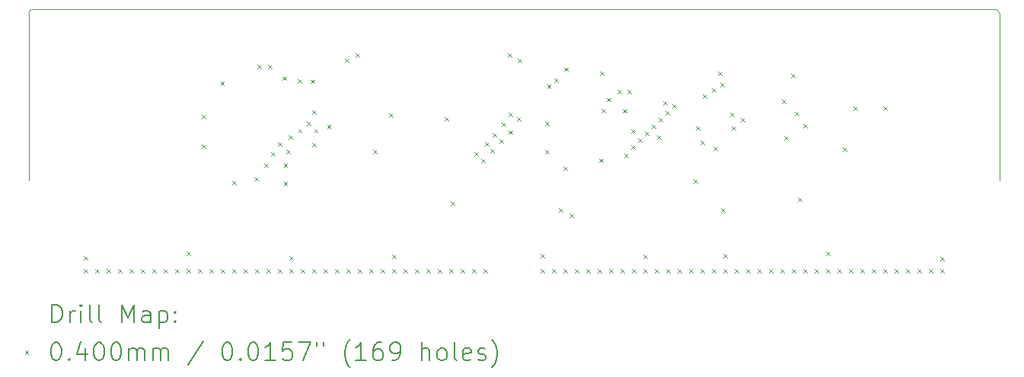
<source format=gbr>
%TF.GenerationSoftware,KiCad,Pcbnew,7.0.9*%
%TF.CreationDate,2024-01-22T22:48:33+01:00*%
%TF.ProjectId,simm72,73696d6d-3732-42e6-9b69-6361645f7063,A*%
%TF.SameCoordinates,Original*%
%TF.FileFunction,Drillmap*%
%TF.FilePolarity,Positive*%
%FSLAX45Y45*%
G04 Gerber Fmt 4.5, Leading zero omitted, Abs format (unit mm)*
G04 Created by KiCad (PCBNEW 7.0.9) date 2024-01-22 22:48:33*
%MOMM*%
%LPD*%
G01*
G04 APERTURE LIST*
%ADD10C,0.050000*%
%ADD11C,0.200000*%
%ADD12C,0.100000*%
G04 APERTURE END LIST*
D10*
X5153300Y-8366960D02*
G75*
G03*
X5102500Y-8417760I0J-50800D01*
G01*
X15897500Y-8417760D02*
G75*
G03*
X15846700Y-8366960I-50800J0D01*
G01*
X15897500Y-8417760D02*
X15897580Y-10274500D01*
X5102500Y-8417760D02*
X5102580Y-10274500D01*
X15846700Y-8366960D02*
X5153300Y-8366960D01*
D11*
D12*
X5717500Y-11118100D02*
X5757500Y-11158100D01*
X5757500Y-11118100D02*
X5717500Y-11158100D01*
X5717500Y-11265420D02*
X5757500Y-11305420D01*
X5757500Y-11265420D02*
X5717500Y-11305420D01*
X5844500Y-11265420D02*
X5884500Y-11305420D01*
X5884500Y-11265420D02*
X5844500Y-11305420D01*
X5971500Y-11265420D02*
X6011500Y-11305420D01*
X6011500Y-11265420D02*
X5971500Y-11305420D01*
X6098500Y-11265420D02*
X6138500Y-11305420D01*
X6138500Y-11265420D02*
X6098500Y-11305420D01*
X6225500Y-11265420D02*
X6265500Y-11305420D01*
X6265500Y-11265420D02*
X6225500Y-11305420D01*
X6352500Y-11265420D02*
X6392500Y-11305420D01*
X6392500Y-11265420D02*
X6352500Y-11305420D01*
X6479500Y-11265420D02*
X6519500Y-11305420D01*
X6519500Y-11265420D02*
X6479500Y-11305420D01*
X6606500Y-11265420D02*
X6646500Y-11305420D01*
X6646500Y-11265420D02*
X6606500Y-11305420D01*
X6733500Y-11265420D02*
X6773500Y-11305420D01*
X6773500Y-11265420D02*
X6733500Y-11305420D01*
X6860500Y-11067300D02*
X6900500Y-11107300D01*
X6900500Y-11067300D02*
X6860500Y-11107300D01*
X6860500Y-11265420D02*
X6900500Y-11305420D01*
X6900500Y-11265420D02*
X6860500Y-11305420D01*
X6987500Y-11265420D02*
X7027500Y-11305420D01*
X7027500Y-11265420D02*
X6987500Y-11305420D01*
X7025600Y-9543300D02*
X7065600Y-9583300D01*
X7065600Y-9543300D02*
X7025600Y-9583300D01*
X7025600Y-9873500D02*
X7065600Y-9913500D01*
X7065600Y-9873500D02*
X7025600Y-9913500D01*
X7114500Y-11265420D02*
X7154500Y-11305420D01*
X7154500Y-11265420D02*
X7114500Y-11305420D01*
X7236803Y-9170303D02*
X7276803Y-9210303D01*
X7276803Y-9170303D02*
X7236803Y-9210303D01*
X7241500Y-11265420D02*
X7281500Y-11305420D01*
X7281500Y-11265420D02*
X7241500Y-11305420D01*
X7368500Y-10279900D02*
X7408500Y-10319900D01*
X7408500Y-10279900D02*
X7368500Y-10319900D01*
X7368500Y-11265420D02*
X7408500Y-11305420D01*
X7408500Y-11265420D02*
X7368500Y-11305420D01*
X7495500Y-11265420D02*
X7535500Y-11305420D01*
X7535500Y-11265420D02*
X7495500Y-11305420D01*
X7609800Y-10241800D02*
X7649800Y-10281800D01*
X7649800Y-10241800D02*
X7609800Y-10281800D01*
X7622500Y-11265420D02*
X7662500Y-11305420D01*
X7662500Y-11265420D02*
X7622500Y-11305420D01*
X7647900Y-8984500D02*
X7687900Y-9024500D01*
X7687900Y-8984500D02*
X7647900Y-9024500D01*
X7724100Y-10089400D02*
X7764100Y-10129400D01*
X7764100Y-10089400D02*
X7724100Y-10129400D01*
X7749500Y-11265420D02*
X7789500Y-11305420D01*
X7789500Y-11265420D02*
X7749500Y-11305420D01*
X7762200Y-8984500D02*
X7802200Y-9024500D01*
X7802200Y-8984500D02*
X7762200Y-9024500D01*
X7800300Y-9962400D02*
X7840300Y-10002400D01*
X7840300Y-9962400D02*
X7800300Y-10002400D01*
X7876500Y-9848100D02*
X7916500Y-9888100D01*
X7916500Y-9848100D02*
X7876500Y-9888100D01*
X7876500Y-11265420D02*
X7916500Y-11305420D01*
X7916500Y-11265420D02*
X7876500Y-11305420D01*
X7927300Y-9118101D02*
X7967300Y-9158101D01*
X7967300Y-9118101D02*
X7927300Y-9158101D01*
X7939310Y-10089400D02*
X7979310Y-10129400D01*
X7979310Y-10089400D02*
X7939310Y-10129400D01*
X7939310Y-10292600D02*
X7979310Y-10332600D01*
X7979310Y-10292600D02*
X7939310Y-10332600D01*
X7966090Y-9937000D02*
X8006090Y-9977000D01*
X8006090Y-9937000D02*
X7966090Y-9977000D01*
X7990837Y-9771863D02*
X8030837Y-9811863D01*
X8030837Y-9771863D02*
X7990837Y-9811863D01*
X8003500Y-11118100D02*
X8043500Y-11158100D01*
X8043500Y-11118100D02*
X8003500Y-11158100D01*
X8003500Y-11265420D02*
X8043500Y-11305420D01*
X8043500Y-11265420D02*
X8003500Y-11305420D01*
X8092400Y-9149550D02*
X8132400Y-9189550D01*
X8132400Y-9149550D02*
X8092400Y-9189550D01*
X8098787Y-9702013D02*
X8138787Y-9742013D01*
X8138787Y-9702013D02*
X8098787Y-9742013D01*
X8130500Y-11265420D02*
X8170500Y-11305420D01*
X8170500Y-11265420D02*
X8130500Y-11305420D01*
X8194000Y-9619500D02*
X8234000Y-9659500D01*
X8234000Y-9619500D02*
X8194000Y-9659500D01*
X8242309Y-9152041D02*
X8282309Y-9192041D01*
X8282309Y-9152041D02*
X8242309Y-9192041D01*
X8257463Y-9492537D02*
X8297463Y-9532537D01*
X8297463Y-9492537D02*
X8257463Y-9532537D01*
X8257500Y-9860800D02*
X8297500Y-9900800D01*
X8297500Y-9860800D02*
X8257500Y-9900800D01*
X8257500Y-11265420D02*
X8297500Y-11305420D01*
X8297500Y-11265420D02*
X8257500Y-11305420D01*
X8276513Y-9702087D02*
X8316513Y-9742087D01*
X8316513Y-9702087D02*
X8276513Y-9742087D01*
X8384500Y-11265420D02*
X8424500Y-11305420D01*
X8424500Y-11265420D02*
X8384500Y-11305420D01*
X8422563Y-9657637D02*
X8462563Y-9697637D01*
X8462563Y-9657637D02*
X8422563Y-9697637D01*
X8511500Y-11265420D02*
X8551500Y-11305420D01*
X8551500Y-11265420D02*
X8511500Y-11305420D01*
X8617882Y-8916218D02*
X8657882Y-8956218D01*
X8657882Y-8916218D02*
X8617882Y-8956218D01*
X8638500Y-11265420D02*
X8678500Y-11305420D01*
X8678500Y-11265420D02*
X8638500Y-11305420D01*
X8740100Y-8857500D02*
X8780100Y-8897500D01*
X8780100Y-8857500D02*
X8740100Y-8897500D01*
X8765500Y-11265420D02*
X8805500Y-11305420D01*
X8805500Y-11265420D02*
X8765500Y-11305420D01*
X8892500Y-11265420D02*
X8932500Y-11305420D01*
X8932500Y-11265420D02*
X8892500Y-11305420D01*
X8930600Y-9937000D02*
X8970600Y-9977000D01*
X8970600Y-9937000D02*
X8930600Y-9977000D01*
X9019500Y-11265420D02*
X9059500Y-11305420D01*
X9059500Y-11265420D02*
X9019500Y-11305420D01*
X9108400Y-9530600D02*
X9148400Y-9570600D01*
X9148400Y-9530600D02*
X9108400Y-9570600D01*
X9146500Y-11105400D02*
X9186500Y-11145400D01*
X9186500Y-11105400D02*
X9146500Y-11145400D01*
X9146500Y-11265420D02*
X9186500Y-11305420D01*
X9186500Y-11265420D02*
X9146500Y-11305420D01*
X9273500Y-11265420D02*
X9313500Y-11305420D01*
X9313500Y-11265420D02*
X9273500Y-11305420D01*
X9400500Y-11265420D02*
X9440500Y-11305420D01*
X9440500Y-11265420D02*
X9400500Y-11305420D01*
X9527500Y-11265420D02*
X9567500Y-11305420D01*
X9567500Y-11265420D02*
X9527500Y-11305420D01*
X9654500Y-11265420D02*
X9694500Y-11305420D01*
X9694500Y-11265420D02*
X9654500Y-11305420D01*
X9730700Y-9568700D02*
X9770700Y-9608700D01*
X9770700Y-9568700D02*
X9730700Y-9608700D01*
X9781500Y-11265420D02*
X9821500Y-11305420D01*
X9821500Y-11265420D02*
X9781500Y-11305420D01*
X9794200Y-10508500D02*
X9834200Y-10548500D01*
X9834200Y-10508500D02*
X9794200Y-10548500D01*
X9908500Y-11265420D02*
X9948500Y-11305420D01*
X9948500Y-11265420D02*
X9908500Y-11305420D01*
X10035500Y-11265420D02*
X10075500Y-11305420D01*
X10075500Y-11265420D02*
X10035500Y-11305420D01*
X10060900Y-9962400D02*
X10100900Y-10002400D01*
X10100900Y-9962400D02*
X10060900Y-10002400D01*
X10137790Y-10038600D02*
X10177790Y-10078600D01*
X10177790Y-10038600D02*
X10137790Y-10078600D01*
X10162500Y-11265420D02*
X10202500Y-11305420D01*
X10202500Y-11265420D02*
X10162500Y-11305420D01*
X10175200Y-9848100D02*
X10215200Y-9888100D01*
X10215200Y-9848100D02*
X10175200Y-9888100D01*
X10239390Y-9924300D02*
X10279390Y-9964300D01*
X10279390Y-9924300D02*
X10239390Y-9964300D01*
X10264100Y-9746500D02*
X10304100Y-9786500D01*
X10304100Y-9746500D02*
X10264100Y-9786500D01*
X10340300Y-9818190D02*
X10380300Y-9858190D01*
X10380300Y-9818190D02*
X10340300Y-9858190D01*
X10365700Y-9632200D02*
X10405700Y-9672200D01*
X10405700Y-9632200D02*
X10365700Y-9672200D01*
X10429200Y-8857500D02*
X10469200Y-8897500D01*
X10469200Y-8857500D02*
X10429200Y-8897500D01*
X10441900Y-9517900D02*
X10481900Y-9557900D01*
X10481900Y-9517900D02*
X10441900Y-9557900D01*
X10442590Y-9718190D02*
X10482590Y-9758190D01*
X10482590Y-9718190D02*
X10442590Y-9758190D01*
X10530800Y-9568700D02*
X10570800Y-9608700D01*
X10570800Y-9568700D02*
X10530800Y-9608700D01*
X10543500Y-8918190D02*
X10583500Y-8958190D01*
X10583500Y-8918190D02*
X10543500Y-8958190D01*
X10797500Y-11092700D02*
X10837500Y-11132700D01*
X10837500Y-11092700D02*
X10797500Y-11132700D01*
X10797500Y-11265420D02*
X10837500Y-11305420D01*
X10837500Y-11265420D02*
X10797500Y-11305420D01*
X10848300Y-9619500D02*
X10888300Y-9659500D01*
X10888300Y-9619500D02*
X10848300Y-9659500D01*
X10848300Y-9937000D02*
X10888300Y-9977000D01*
X10888300Y-9937000D02*
X10848300Y-9977000D01*
X10867313Y-9206713D02*
X10907313Y-9246713D01*
X10907313Y-9206713D02*
X10867313Y-9246713D01*
X10924500Y-11265420D02*
X10964500Y-11305420D01*
X10964500Y-11265420D02*
X10924500Y-11305420D01*
X10949900Y-9136900D02*
X10989900Y-9176900D01*
X10989900Y-9136900D02*
X10949900Y-9176900D01*
X11000700Y-10584700D02*
X11040700Y-10624700D01*
X11040700Y-10584700D02*
X11000700Y-10624700D01*
X11051500Y-10123110D02*
X11091500Y-10163110D01*
X11091500Y-10123110D02*
X11051500Y-10163110D01*
X11051500Y-11265420D02*
X11091500Y-11305420D01*
X11091500Y-11265420D02*
X11051500Y-11305420D01*
X11057813Y-9016213D02*
X11097813Y-9056213D01*
X11097813Y-9016213D02*
X11057813Y-9056213D01*
X11115000Y-10647510D02*
X11155000Y-10687510D01*
X11155000Y-10647510D02*
X11115000Y-10687510D01*
X11178500Y-11265420D02*
X11218500Y-11305420D01*
X11218500Y-11265420D02*
X11178500Y-11305420D01*
X11305500Y-11265420D02*
X11345500Y-11305420D01*
X11345500Y-11265420D02*
X11305500Y-11305420D01*
X11432500Y-11265420D02*
X11472500Y-11305420D01*
X11472500Y-11265420D02*
X11432500Y-11305420D01*
X11445200Y-10030980D02*
X11485200Y-10070980D01*
X11485200Y-10030980D02*
X11445200Y-10070980D01*
X11457900Y-9060010D02*
X11497900Y-9100010D01*
X11497900Y-9060010D02*
X11457900Y-9100010D01*
X11470600Y-9479110D02*
X11510600Y-9519110D01*
X11510600Y-9479110D02*
X11470600Y-9519110D01*
X11534100Y-9353490D02*
X11574100Y-9393490D01*
X11574100Y-9353490D02*
X11534100Y-9393490D01*
X11559500Y-11265420D02*
X11599500Y-11305420D01*
X11599500Y-11265420D02*
X11559500Y-11305420D01*
X11648400Y-9263900D02*
X11688400Y-9303900D01*
X11688400Y-9263900D02*
X11648400Y-9303900D01*
X11686500Y-11265420D02*
X11726500Y-11305420D01*
X11726500Y-11265420D02*
X11686500Y-11305420D01*
X11711900Y-9480490D02*
X11751900Y-9520490D01*
X11751900Y-9480490D02*
X11711900Y-9520490D01*
X11724600Y-9975100D02*
X11764600Y-10015100D01*
X11764600Y-9975100D02*
X11724600Y-10015100D01*
X11762700Y-9263900D02*
X11802700Y-9303900D01*
X11802700Y-9263900D02*
X11762700Y-9303900D01*
X11800800Y-9708400D02*
X11840800Y-9748400D01*
X11840800Y-9708400D02*
X11800800Y-9748400D01*
X11800800Y-9886200D02*
X11840800Y-9926200D01*
X11840800Y-9886200D02*
X11800800Y-9926200D01*
X11813500Y-11265420D02*
X11853500Y-11305420D01*
X11853500Y-11265420D02*
X11813500Y-11305420D01*
X11877000Y-9810000D02*
X11917000Y-9850000D01*
X11917000Y-9810000D02*
X11877000Y-9850000D01*
X11940500Y-11105400D02*
X11980500Y-11145400D01*
X11980500Y-11105400D02*
X11940500Y-11145400D01*
X11940500Y-11265420D02*
X11980500Y-11305420D01*
X11980500Y-11265420D02*
X11940500Y-11305420D01*
X11953200Y-9733800D02*
X11993200Y-9773800D01*
X11993200Y-9733800D02*
X11953200Y-9773800D01*
X12029400Y-9657600D02*
X12069400Y-9697600D01*
X12069400Y-9657600D02*
X12029400Y-9697600D01*
X12067500Y-11265420D02*
X12107500Y-11305420D01*
X12107500Y-11265420D02*
X12067500Y-11305420D01*
X12093590Y-9771900D02*
X12133590Y-9811900D01*
X12133590Y-9771900D02*
X12093590Y-9811900D01*
X12105600Y-9581400D02*
X12145600Y-9621400D01*
X12145600Y-9581400D02*
X12105600Y-9621400D01*
X12156400Y-9390900D02*
X12196400Y-9430900D01*
X12196400Y-9390900D02*
X12156400Y-9430900D01*
X12181800Y-9505200D02*
X12221800Y-9545200D01*
X12221800Y-9505200D02*
X12181800Y-9545200D01*
X12194500Y-11265420D02*
X12234500Y-11305420D01*
X12234500Y-11265420D02*
X12194500Y-11305420D01*
X12258000Y-9429000D02*
X12298000Y-9469000D01*
X12298000Y-9429000D02*
X12258000Y-9469000D01*
X12321500Y-11265420D02*
X12361500Y-11305420D01*
X12361500Y-11265420D02*
X12321500Y-11305420D01*
X12448500Y-11265420D02*
X12488500Y-11305420D01*
X12488500Y-11265420D02*
X12448500Y-11305420D01*
X12499300Y-10267200D02*
X12539300Y-10307200D01*
X12539300Y-10267200D02*
X12499300Y-10307200D01*
X12524700Y-9670300D02*
X12564700Y-9710300D01*
X12564700Y-9670300D02*
X12524700Y-9710300D01*
X12575500Y-9835400D02*
X12615500Y-9875400D01*
X12615500Y-9835400D02*
X12575500Y-9875400D01*
X12575500Y-11265420D02*
X12615500Y-11305420D01*
X12615500Y-11265420D02*
X12575500Y-11305420D01*
X12600900Y-9314010D02*
X12640900Y-9354010D01*
X12640900Y-9314010D02*
X12600900Y-9354010D01*
X12702500Y-9251200D02*
X12742500Y-9291200D01*
X12742500Y-9251200D02*
X12702500Y-9291200D01*
X12702500Y-11265420D02*
X12742500Y-11305420D01*
X12742500Y-11265420D02*
X12702500Y-11305420D01*
X12715200Y-9898900D02*
X12755200Y-9938900D01*
X12755200Y-9898900D02*
X12715200Y-9938900D01*
X12766000Y-9061390D02*
X12806000Y-9101390D01*
X12806000Y-9061390D02*
X12766000Y-9101390D01*
X12791400Y-9187010D02*
X12831400Y-9227010D01*
X12831400Y-9187010D02*
X12791400Y-9227010D01*
X12804100Y-10584700D02*
X12844100Y-10624700D01*
X12844100Y-10584700D02*
X12804100Y-10624700D01*
X12829500Y-11092700D02*
X12869500Y-11132700D01*
X12869500Y-11092700D02*
X12829500Y-11132700D01*
X12829500Y-11265420D02*
X12869500Y-11305420D01*
X12869500Y-11265420D02*
X12829500Y-11305420D01*
X12905700Y-9517900D02*
X12945700Y-9557900D01*
X12945700Y-9517900D02*
X12905700Y-9557900D01*
X12918400Y-9670300D02*
X12958400Y-9710300D01*
X12958400Y-9670300D02*
X12918400Y-9710300D01*
X12956500Y-11265420D02*
X12996500Y-11305420D01*
X12996500Y-11265420D02*
X12956500Y-11305420D01*
X13020000Y-9581400D02*
X13060000Y-9621400D01*
X13060000Y-9581400D02*
X13020000Y-9621400D01*
X13083500Y-11265420D02*
X13123500Y-11305420D01*
X13123500Y-11265420D02*
X13083500Y-11305420D01*
X13210500Y-11265420D02*
X13250500Y-11305420D01*
X13250500Y-11265420D02*
X13210500Y-11305420D01*
X13337500Y-11265420D02*
X13377500Y-11305420D01*
X13377500Y-11265420D02*
X13337500Y-11305420D01*
X13464500Y-11265420D02*
X13504500Y-11305420D01*
X13504500Y-11265420D02*
X13464500Y-11305420D01*
X13477200Y-9378200D02*
X13517200Y-9418200D01*
X13517200Y-9378200D02*
X13477200Y-9418200D01*
X13502600Y-9784600D02*
X13542600Y-9824600D01*
X13542600Y-9784600D02*
X13502600Y-9824600D01*
X13578800Y-9086100D02*
X13618800Y-9126100D01*
X13618800Y-9086100D02*
X13578800Y-9126100D01*
X13591500Y-11265420D02*
X13631500Y-11305420D01*
X13631500Y-11265420D02*
X13591500Y-11305420D01*
X13623250Y-9511550D02*
X13663250Y-9551550D01*
X13663250Y-9511550D02*
X13623250Y-9551550D01*
X13655000Y-10470400D02*
X13695000Y-10510400D01*
X13695000Y-10470400D02*
X13655000Y-10510400D01*
X13718500Y-9644900D02*
X13758500Y-9684900D01*
X13758500Y-9644900D02*
X13718500Y-9684900D01*
X13718500Y-11265420D02*
X13758500Y-11305420D01*
X13758500Y-11265420D02*
X13718500Y-11305420D01*
X13845500Y-11265420D02*
X13885500Y-11305420D01*
X13885500Y-11265420D02*
X13845500Y-11305420D01*
X13972500Y-11067300D02*
X14012500Y-11107300D01*
X14012500Y-11067300D02*
X13972500Y-11107300D01*
X13972500Y-11265420D02*
X14012500Y-11305420D01*
X14012500Y-11265420D02*
X13972500Y-11305420D01*
X14099500Y-11265420D02*
X14139500Y-11305420D01*
X14139500Y-11265420D02*
X14099500Y-11305420D01*
X14157900Y-9911600D02*
X14197900Y-9951600D01*
X14197900Y-9911600D02*
X14157900Y-9951600D01*
X14226500Y-11265420D02*
X14266500Y-11305420D01*
X14266500Y-11265420D02*
X14226500Y-11305420D01*
X14277300Y-9454400D02*
X14317300Y-9494400D01*
X14317300Y-9454400D02*
X14277300Y-9494400D01*
X14353500Y-11265420D02*
X14393500Y-11305420D01*
X14393500Y-11265420D02*
X14353500Y-11305420D01*
X14480500Y-11265420D02*
X14520500Y-11305420D01*
X14520500Y-11265420D02*
X14480500Y-11305420D01*
X14607500Y-9454400D02*
X14647500Y-9494400D01*
X14647500Y-9454400D02*
X14607500Y-9494400D01*
X14607500Y-11265420D02*
X14647500Y-11305420D01*
X14647500Y-11265420D02*
X14607500Y-11305420D01*
X14734500Y-11265420D02*
X14774500Y-11305420D01*
X14774500Y-11265420D02*
X14734500Y-11305420D01*
X14861500Y-11265420D02*
X14901500Y-11305420D01*
X14901500Y-11265420D02*
X14861500Y-11305420D01*
X14988500Y-11265420D02*
X15028500Y-11305420D01*
X15028500Y-11265420D02*
X14988500Y-11305420D01*
X15115500Y-11265420D02*
X15155500Y-11305420D01*
X15155500Y-11265420D02*
X15115500Y-11305420D01*
X15242500Y-11130800D02*
X15282500Y-11170800D01*
X15282500Y-11130800D02*
X15242500Y-11170800D01*
X15242500Y-11265420D02*
X15282500Y-11305420D01*
X15282500Y-11265420D02*
X15242500Y-11305420D01*
D11*
X5360777Y-11858484D02*
X5360777Y-11658484D01*
X5360777Y-11658484D02*
X5408396Y-11658484D01*
X5408396Y-11658484D02*
X5436967Y-11668008D01*
X5436967Y-11668008D02*
X5456015Y-11687055D01*
X5456015Y-11687055D02*
X5465539Y-11706103D01*
X5465539Y-11706103D02*
X5475063Y-11744198D01*
X5475063Y-11744198D02*
X5475063Y-11772769D01*
X5475063Y-11772769D02*
X5465539Y-11810865D01*
X5465539Y-11810865D02*
X5456015Y-11829912D01*
X5456015Y-11829912D02*
X5436967Y-11848960D01*
X5436967Y-11848960D02*
X5408396Y-11858484D01*
X5408396Y-11858484D02*
X5360777Y-11858484D01*
X5560777Y-11858484D02*
X5560777Y-11725150D01*
X5560777Y-11763246D02*
X5570301Y-11744198D01*
X5570301Y-11744198D02*
X5579824Y-11734674D01*
X5579824Y-11734674D02*
X5598872Y-11725150D01*
X5598872Y-11725150D02*
X5617920Y-11725150D01*
X5684586Y-11858484D02*
X5684586Y-11725150D01*
X5684586Y-11658484D02*
X5675062Y-11668008D01*
X5675062Y-11668008D02*
X5684586Y-11677531D01*
X5684586Y-11677531D02*
X5694110Y-11668008D01*
X5694110Y-11668008D02*
X5684586Y-11658484D01*
X5684586Y-11658484D02*
X5684586Y-11677531D01*
X5808396Y-11858484D02*
X5789348Y-11848960D01*
X5789348Y-11848960D02*
X5779824Y-11829912D01*
X5779824Y-11829912D02*
X5779824Y-11658484D01*
X5913158Y-11858484D02*
X5894110Y-11848960D01*
X5894110Y-11848960D02*
X5884586Y-11829912D01*
X5884586Y-11829912D02*
X5884586Y-11658484D01*
X6141729Y-11858484D02*
X6141729Y-11658484D01*
X6141729Y-11658484D02*
X6208396Y-11801341D01*
X6208396Y-11801341D02*
X6275062Y-11658484D01*
X6275062Y-11658484D02*
X6275062Y-11858484D01*
X6456015Y-11858484D02*
X6456015Y-11753722D01*
X6456015Y-11753722D02*
X6446491Y-11734674D01*
X6446491Y-11734674D02*
X6427443Y-11725150D01*
X6427443Y-11725150D02*
X6389348Y-11725150D01*
X6389348Y-11725150D02*
X6370301Y-11734674D01*
X6456015Y-11848960D02*
X6436967Y-11858484D01*
X6436967Y-11858484D02*
X6389348Y-11858484D01*
X6389348Y-11858484D02*
X6370301Y-11848960D01*
X6370301Y-11848960D02*
X6360777Y-11829912D01*
X6360777Y-11829912D02*
X6360777Y-11810865D01*
X6360777Y-11810865D02*
X6370301Y-11791817D01*
X6370301Y-11791817D02*
X6389348Y-11782293D01*
X6389348Y-11782293D02*
X6436967Y-11782293D01*
X6436967Y-11782293D02*
X6456015Y-11772769D01*
X6551253Y-11725150D02*
X6551253Y-11925150D01*
X6551253Y-11734674D02*
X6570301Y-11725150D01*
X6570301Y-11725150D02*
X6608396Y-11725150D01*
X6608396Y-11725150D02*
X6627443Y-11734674D01*
X6627443Y-11734674D02*
X6636967Y-11744198D01*
X6636967Y-11744198D02*
X6646491Y-11763246D01*
X6646491Y-11763246D02*
X6646491Y-11820388D01*
X6646491Y-11820388D02*
X6636967Y-11839436D01*
X6636967Y-11839436D02*
X6627443Y-11848960D01*
X6627443Y-11848960D02*
X6608396Y-11858484D01*
X6608396Y-11858484D02*
X6570301Y-11858484D01*
X6570301Y-11858484D02*
X6551253Y-11848960D01*
X6732205Y-11839436D02*
X6741729Y-11848960D01*
X6741729Y-11848960D02*
X6732205Y-11858484D01*
X6732205Y-11858484D02*
X6722682Y-11848960D01*
X6722682Y-11848960D02*
X6732205Y-11839436D01*
X6732205Y-11839436D02*
X6732205Y-11858484D01*
X6732205Y-11734674D02*
X6741729Y-11744198D01*
X6741729Y-11744198D02*
X6732205Y-11753722D01*
X6732205Y-11753722D02*
X6722682Y-11744198D01*
X6722682Y-11744198D02*
X6732205Y-11734674D01*
X6732205Y-11734674D02*
X6732205Y-11753722D01*
D12*
X5060000Y-12167000D02*
X5100000Y-12207000D01*
X5100000Y-12167000D02*
X5060000Y-12207000D01*
D11*
X5398872Y-12078484D02*
X5417920Y-12078484D01*
X5417920Y-12078484D02*
X5436967Y-12088008D01*
X5436967Y-12088008D02*
X5446491Y-12097531D01*
X5446491Y-12097531D02*
X5456015Y-12116579D01*
X5456015Y-12116579D02*
X5465539Y-12154674D01*
X5465539Y-12154674D02*
X5465539Y-12202293D01*
X5465539Y-12202293D02*
X5456015Y-12240388D01*
X5456015Y-12240388D02*
X5446491Y-12259436D01*
X5446491Y-12259436D02*
X5436967Y-12268960D01*
X5436967Y-12268960D02*
X5417920Y-12278484D01*
X5417920Y-12278484D02*
X5398872Y-12278484D01*
X5398872Y-12278484D02*
X5379824Y-12268960D01*
X5379824Y-12268960D02*
X5370301Y-12259436D01*
X5370301Y-12259436D02*
X5360777Y-12240388D01*
X5360777Y-12240388D02*
X5351253Y-12202293D01*
X5351253Y-12202293D02*
X5351253Y-12154674D01*
X5351253Y-12154674D02*
X5360777Y-12116579D01*
X5360777Y-12116579D02*
X5370301Y-12097531D01*
X5370301Y-12097531D02*
X5379824Y-12088008D01*
X5379824Y-12088008D02*
X5398872Y-12078484D01*
X5551253Y-12259436D02*
X5560777Y-12268960D01*
X5560777Y-12268960D02*
X5551253Y-12278484D01*
X5551253Y-12278484D02*
X5541729Y-12268960D01*
X5541729Y-12268960D02*
X5551253Y-12259436D01*
X5551253Y-12259436D02*
X5551253Y-12278484D01*
X5732205Y-12145150D02*
X5732205Y-12278484D01*
X5684586Y-12068960D02*
X5636967Y-12211817D01*
X5636967Y-12211817D02*
X5760777Y-12211817D01*
X5875062Y-12078484D02*
X5894110Y-12078484D01*
X5894110Y-12078484D02*
X5913158Y-12088008D01*
X5913158Y-12088008D02*
X5922682Y-12097531D01*
X5922682Y-12097531D02*
X5932205Y-12116579D01*
X5932205Y-12116579D02*
X5941729Y-12154674D01*
X5941729Y-12154674D02*
X5941729Y-12202293D01*
X5941729Y-12202293D02*
X5932205Y-12240388D01*
X5932205Y-12240388D02*
X5922682Y-12259436D01*
X5922682Y-12259436D02*
X5913158Y-12268960D01*
X5913158Y-12268960D02*
X5894110Y-12278484D01*
X5894110Y-12278484D02*
X5875062Y-12278484D01*
X5875062Y-12278484D02*
X5856015Y-12268960D01*
X5856015Y-12268960D02*
X5846491Y-12259436D01*
X5846491Y-12259436D02*
X5836967Y-12240388D01*
X5836967Y-12240388D02*
X5827443Y-12202293D01*
X5827443Y-12202293D02*
X5827443Y-12154674D01*
X5827443Y-12154674D02*
X5836967Y-12116579D01*
X5836967Y-12116579D02*
X5846491Y-12097531D01*
X5846491Y-12097531D02*
X5856015Y-12088008D01*
X5856015Y-12088008D02*
X5875062Y-12078484D01*
X6065539Y-12078484D02*
X6084586Y-12078484D01*
X6084586Y-12078484D02*
X6103634Y-12088008D01*
X6103634Y-12088008D02*
X6113158Y-12097531D01*
X6113158Y-12097531D02*
X6122682Y-12116579D01*
X6122682Y-12116579D02*
X6132205Y-12154674D01*
X6132205Y-12154674D02*
X6132205Y-12202293D01*
X6132205Y-12202293D02*
X6122682Y-12240388D01*
X6122682Y-12240388D02*
X6113158Y-12259436D01*
X6113158Y-12259436D02*
X6103634Y-12268960D01*
X6103634Y-12268960D02*
X6084586Y-12278484D01*
X6084586Y-12278484D02*
X6065539Y-12278484D01*
X6065539Y-12278484D02*
X6046491Y-12268960D01*
X6046491Y-12268960D02*
X6036967Y-12259436D01*
X6036967Y-12259436D02*
X6027443Y-12240388D01*
X6027443Y-12240388D02*
X6017920Y-12202293D01*
X6017920Y-12202293D02*
X6017920Y-12154674D01*
X6017920Y-12154674D02*
X6027443Y-12116579D01*
X6027443Y-12116579D02*
X6036967Y-12097531D01*
X6036967Y-12097531D02*
X6046491Y-12088008D01*
X6046491Y-12088008D02*
X6065539Y-12078484D01*
X6217920Y-12278484D02*
X6217920Y-12145150D01*
X6217920Y-12164198D02*
X6227443Y-12154674D01*
X6227443Y-12154674D02*
X6246491Y-12145150D01*
X6246491Y-12145150D02*
X6275063Y-12145150D01*
X6275063Y-12145150D02*
X6294110Y-12154674D01*
X6294110Y-12154674D02*
X6303634Y-12173722D01*
X6303634Y-12173722D02*
X6303634Y-12278484D01*
X6303634Y-12173722D02*
X6313158Y-12154674D01*
X6313158Y-12154674D02*
X6332205Y-12145150D01*
X6332205Y-12145150D02*
X6360777Y-12145150D01*
X6360777Y-12145150D02*
X6379824Y-12154674D01*
X6379824Y-12154674D02*
X6389348Y-12173722D01*
X6389348Y-12173722D02*
X6389348Y-12278484D01*
X6484586Y-12278484D02*
X6484586Y-12145150D01*
X6484586Y-12164198D02*
X6494110Y-12154674D01*
X6494110Y-12154674D02*
X6513158Y-12145150D01*
X6513158Y-12145150D02*
X6541729Y-12145150D01*
X6541729Y-12145150D02*
X6560777Y-12154674D01*
X6560777Y-12154674D02*
X6570301Y-12173722D01*
X6570301Y-12173722D02*
X6570301Y-12278484D01*
X6570301Y-12173722D02*
X6579824Y-12154674D01*
X6579824Y-12154674D02*
X6598872Y-12145150D01*
X6598872Y-12145150D02*
X6627443Y-12145150D01*
X6627443Y-12145150D02*
X6646491Y-12154674D01*
X6646491Y-12154674D02*
X6656015Y-12173722D01*
X6656015Y-12173722D02*
X6656015Y-12278484D01*
X7046491Y-12068960D02*
X6875063Y-12326103D01*
X7303634Y-12078484D02*
X7322682Y-12078484D01*
X7322682Y-12078484D02*
X7341729Y-12088008D01*
X7341729Y-12088008D02*
X7351253Y-12097531D01*
X7351253Y-12097531D02*
X7360777Y-12116579D01*
X7360777Y-12116579D02*
X7370301Y-12154674D01*
X7370301Y-12154674D02*
X7370301Y-12202293D01*
X7370301Y-12202293D02*
X7360777Y-12240388D01*
X7360777Y-12240388D02*
X7351253Y-12259436D01*
X7351253Y-12259436D02*
X7341729Y-12268960D01*
X7341729Y-12268960D02*
X7322682Y-12278484D01*
X7322682Y-12278484D02*
X7303634Y-12278484D01*
X7303634Y-12278484D02*
X7284586Y-12268960D01*
X7284586Y-12268960D02*
X7275063Y-12259436D01*
X7275063Y-12259436D02*
X7265539Y-12240388D01*
X7265539Y-12240388D02*
X7256015Y-12202293D01*
X7256015Y-12202293D02*
X7256015Y-12154674D01*
X7256015Y-12154674D02*
X7265539Y-12116579D01*
X7265539Y-12116579D02*
X7275063Y-12097531D01*
X7275063Y-12097531D02*
X7284586Y-12088008D01*
X7284586Y-12088008D02*
X7303634Y-12078484D01*
X7456015Y-12259436D02*
X7465539Y-12268960D01*
X7465539Y-12268960D02*
X7456015Y-12278484D01*
X7456015Y-12278484D02*
X7446491Y-12268960D01*
X7446491Y-12268960D02*
X7456015Y-12259436D01*
X7456015Y-12259436D02*
X7456015Y-12278484D01*
X7589348Y-12078484D02*
X7608396Y-12078484D01*
X7608396Y-12078484D02*
X7627444Y-12088008D01*
X7627444Y-12088008D02*
X7636967Y-12097531D01*
X7636967Y-12097531D02*
X7646491Y-12116579D01*
X7646491Y-12116579D02*
X7656015Y-12154674D01*
X7656015Y-12154674D02*
X7656015Y-12202293D01*
X7656015Y-12202293D02*
X7646491Y-12240388D01*
X7646491Y-12240388D02*
X7636967Y-12259436D01*
X7636967Y-12259436D02*
X7627444Y-12268960D01*
X7627444Y-12268960D02*
X7608396Y-12278484D01*
X7608396Y-12278484D02*
X7589348Y-12278484D01*
X7589348Y-12278484D02*
X7570301Y-12268960D01*
X7570301Y-12268960D02*
X7560777Y-12259436D01*
X7560777Y-12259436D02*
X7551253Y-12240388D01*
X7551253Y-12240388D02*
X7541729Y-12202293D01*
X7541729Y-12202293D02*
X7541729Y-12154674D01*
X7541729Y-12154674D02*
X7551253Y-12116579D01*
X7551253Y-12116579D02*
X7560777Y-12097531D01*
X7560777Y-12097531D02*
X7570301Y-12088008D01*
X7570301Y-12088008D02*
X7589348Y-12078484D01*
X7846491Y-12278484D02*
X7732206Y-12278484D01*
X7789348Y-12278484D02*
X7789348Y-12078484D01*
X7789348Y-12078484D02*
X7770301Y-12107055D01*
X7770301Y-12107055D02*
X7751253Y-12126103D01*
X7751253Y-12126103D02*
X7732206Y-12135627D01*
X8027444Y-12078484D02*
X7932206Y-12078484D01*
X7932206Y-12078484D02*
X7922682Y-12173722D01*
X7922682Y-12173722D02*
X7932206Y-12164198D01*
X7932206Y-12164198D02*
X7951253Y-12154674D01*
X7951253Y-12154674D02*
X7998872Y-12154674D01*
X7998872Y-12154674D02*
X8017920Y-12164198D01*
X8017920Y-12164198D02*
X8027444Y-12173722D01*
X8027444Y-12173722D02*
X8036967Y-12192769D01*
X8036967Y-12192769D02*
X8036967Y-12240388D01*
X8036967Y-12240388D02*
X8027444Y-12259436D01*
X8027444Y-12259436D02*
X8017920Y-12268960D01*
X8017920Y-12268960D02*
X7998872Y-12278484D01*
X7998872Y-12278484D02*
X7951253Y-12278484D01*
X7951253Y-12278484D02*
X7932206Y-12268960D01*
X7932206Y-12268960D02*
X7922682Y-12259436D01*
X8103634Y-12078484D02*
X8236967Y-12078484D01*
X8236967Y-12078484D02*
X8151253Y-12278484D01*
X8303634Y-12078484D02*
X8303634Y-12116579D01*
X8379825Y-12078484D02*
X8379825Y-12116579D01*
X8675063Y-12354674D02*
X8665539Y-12345150D01*
X8665539Y-12345150D02*
X8646491Y-12316579D01*
X8646491Y-12316579D02*
X8636968Y-12297531D01*
X8636968Y-12297531D02*
X8627444Y-12268960D01*
X8627444Y-12268960D02*
X8617920Y-12221341D01*
X8617920Y-12221341D02*
X8617920Y-12183246D01*
X8617920Y-12183246D02*
X8627444Y-12135627D01*
X8627444Y-12135627D02*
X8636968Y-12107055D01*
X8636968Y-12107055D02*
X8646491Y-12088008D01*
X8646491Y-12088008D02*
X8665539Y-12059436D01*
X8665539Y-12059436D02*
X8675063Y-12049912D01*
X8856015Y-12278484D02*
X8741730Y-12278484D01*
X8798872Y-12278484D02*
X8798872Y-12078484D01*
X8798872Y-12078484D02*
X8779825Y-12107055D01*
X8779825Y-12107055D02*
X8760777Y-12126103D01*
X8760777Y-12126103D02*
X8741730Y-12135627D01*
X9027444Y-12078484D02*
X8989349Y-12078484D01*
X8989349Y-12078484D02*
X8970301Y-12088008D01*
X8970301Y-12088008D02*
X8960777Y-12097531D01*
X8960777Y-12097531D02*
X8941730Y-12126103D01*
X8941730Y-12126103D02*
X8932206Y-12164198D01*
X8932206Y-12164198D02*
X8932206Y-12240388D01*
X8932206Y-12240388D02*
X8941730Y-12259436D01*
X8941730Y-12259436D02*
X8951253Y-12268960D01*
X8951253Y-12268960D02*
X8970301Y-12278484D01*
X8970301Y-12278484D02*
X9008396Y-12278484D01*
X9008396Y-12278484D02*
X9027444Y-12268960D01*
X9027444Y-12268960D02*
X9036968Y-12259436D01*
X9036968Y-12259436D02*
X9046491Y-12240388D01*
X9046491Y-12240388D02*
X9046491Y-12192769D01*
X9046491Y-12192769D02*
X9036968Y-12173722D01*
X9036968Y-12173722D02*
X9027444Y-12164198D01*
X9027444Y-12164198D02*
X9008396Y-12154674D01*
X9008396Y-12154674D02*
X8970301Y-12154674D01*
X8970301Y-12154674D02*
X8951253Y-12164198D01*
X8951253Y-12164198D02*
X8941730Y-12173722D01*
X8941730Y-12173722D02*
X8932206Y-12192769D01*
X9141730Y-12278484D02*
X9179825Y-12278484D01*
X9179825Y-12278484D02*
X9198872Y-12268960D01*
X9198872Y-12268960D02*
X9208396Y-12259436D01*
X9208396Y-12259436D02*
X9227444Y-12230865D01*
X9227444Y-12230865D02*
X9236968Y-12192769D01*
X9236968Y-12192769D02*
X9236968Y-12116579D01*
X9236968Y-12116579D02*
X9227444Y-12097531D01*
X9227444Y-12097531D02*
X9217920Y-12088008D01*
X9217920Y-12088008D02*
X9198872Y-12078484D01*
X9198872Y-12078484D02*
X9160777Y-12078484D01*
X9160777Y-12078484D02*
X9141730Y-12088008D01*
X9141730Y-12088008D02*
X9132206Y-12097531D01*
X9132206Y-12097531D02*
X9122682Y-12116579D01*
X9122682Y-12116579D02*
X9122682Y-12164198D01*
X9122682Y-12164198D02*
X9132206Y-12183246D01*
X9132206Y-12183246D02*
X9141730Y-12192769D01*
X9141730Y-12192769D02*
X9160777Y-12202293D01*
X9160777Y-12202293D02*
X9198872Y-12202293D01*
X9198872Y-12202293D02*
X9217920Y-12192769D01*
X9217920Y-12192769D02*
X9227444Y-12183246D01*
X9227444Y-12183246D02*
X9236968Y-12164198D01*
X9475063Y-12278484D02*
X9475063Y-12078484D01*
X9560777Y-12278484D02*
X9560777Y-12173722D01*
X9560777Y-12173722D02*
X9551253Y-12154674D01*
X9551253Y-12154674D02*
X9532206Y-12145150D01*
X9532206Y-12145150D02*
X9503634Y-12145150D01*
X9503634Y-12145150D02*
X9484587Y-12154674D01*
X9484587Y-12154674D02*
X9475063Y-12164198D01*
X9684587Y-12278484D02*
X9665539Y-12268960D01*
X9665539Y-12268960D02*
X9656015Y-12259436D01*
X9656015Y-12259436D02*
X9646492Y-12240388D01*
X9646492Y-12240388D02*
X9646492Y-12183246D01*
X9646492Y-12183246D02*
X9656015Y-12164198D01*
X9656015Y-12164198D02*
X9665539Y-12154674D01*
X9665539Y-12154674D02*
X9684587Y-12145150D01*
X9684587Y-12145150D02*
X9713158Y-12145150D01*
X9713158Y-12145150D02*
X9732206Y-12154674D01*
X9732206Y-12154674D02*
X9741730Y-12164198D01*
X9741730Y-12164198D02*
X9751253Y-12183246D01*
X9751253Y-12183246D02*
X9751253Y-12240388D01*
X9751253Y-12240388D02*
X9741730Y-12259436D01*
X9741730Y-12259436D02*
X9732206Y-12268960D01*
X9732206Y-12268960D02*
X9713158Y-12278484D01*
X9713158Y-12278484D02*
X9684587Y-12278484D01*
X9865539Y-12278484D02*
X9846492Y-12268960D01*
X9846492Y-12268960D02*
X9836968Y-12249912D01*
X9836968Y-12249912D02*
X9836968Y-12078484D01*
X10017920Y-12268960D02*
X9998873Y-12278484D01*
X9998873Y-12278484D02*
X9960777Y-12278484D01*
X9960777Y-12278484D02*
X9941730Y-12268960D01*
X9941730Y-12268960D02*
X9932206Y-12249912D01*
X9932206Y-12249912D02*
X9932206Y-12173722D01*
X9932206Y-12173722D02*
X9941730Y-12154674D01*
X9941730Y-12154674D02*
X9960777Y-12145150D01*
X9960777Y-12145150D02*
X9998873Y-12145150D01*
X9998873Y-12145150D02*
X10017920Y-12154674D01*
X10017920Y-12154674D02*
X10027444Y-12173722D01*
X10027444Y-12173722D02*
X10027444Y-12192769D01*
X10027444Y-12192769D02*
X9932206Y-12211817D01*
X10103634Y-12268960D02*
X10122682Y-12278484D01*
X10122682Y-12278484D02*
X10160777Y-12278484D01*
X10160777Y-12278484D02*
X10179825Y-12268960D01*
X10179825Y-12268960D02*
X10189349Y-12249912D01*
X10189349Y-12249912D02*
X10189349Y-12240388D01*
X10189349Y-12240388D02*
X10179825Y-12221341D01*
X10179825Y-12221341D02*
X10160777Y-12211817D01*
X10160777Y-12211817D02*
X10132206Y-12211817D01*
X10132206Y-12211817D02*
X10113158Y-12202293D01*
X10113158Y-12202293D02*
X10103634Y-12183246D01*
X10103634Y-12183246D02*
X10103634Y-12173722D01*
X10103634Y-12173722D02*
X10113158Y-12154674D01*
X10113158Y-12154674D02*
X10132206Y-12145150D01*
X10132206Y-12145150D02*
X10160777Y-12145150D01*
X10160777Y-12145150D02*
X10179825Y-12154674D01*
X10256015Y-12354674D02*
X10265539Y-12345150D01*
X10265539Y-12345150D02*
X10284587Y-12316579D01*
X10284587Y-12316579D02*
X10294111Y-12297531D01*
X10294111Y-12297531D02*
X10303634Y-12268960D01*
X10303634Y-12268960D02*
X10313158Y-12221341D01*
X10313158Y-12221341D02*
X10313158Y-12183246D01*
X10313158Y-12183246D02*
X10303634Y-12135627D01*
X10303634Y-12135627D02*
X10294111Y-12107055D01*
X10294111Y-12107055D02*
X10284587Y-12088008D01*
X10284587Y-12088008D02*
X10265539Y-12059436D01*
X10265539Y-12059436D02*
X10256015Y-12049912D01*
M02*

</source>
